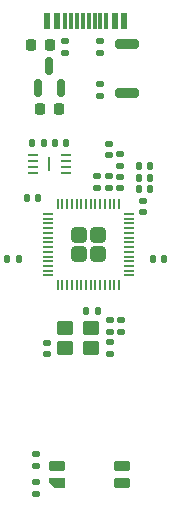
<source format=gbr>
%TF.GenerationSoftware,KiCad,Pcbnew,9.0.6*%
%TF.CreationDate,2026-01-07T14:09:13-05:00*%
%TF.ProjectId,Miguel's-Custom-Devboard - V2,4d696775-656c-4277-932d-437573746f6d,rev?*%
%TF.SameCoordinates,Original*%
%TF.FileFunction,Paste,Top*%
%TF.FilePolarity,Positive*%
%FSLAX46Y46*%
G04 Gerber Fmt 4.6, Leading zero omitted, Abs format (unit mm)*
G04 Created by KiCad (PCBNEW 9.0.6) date 2026-01-07 14:09:13*
%MOMM*%
%LPD*%
G01*
G04 APERTURE LIST*
G04 Aperture macros list*
%AMRoundRect*
0 Rectangle with rounded corners*
0 $1 Rounding radius*
0 $2 $3 $4 $5 $6 $7 $8 $9 X,Y pos of 4 corners*
0 Add a 4 corners polygon primitive as box body*
4,1,4,$2,$3,$4,$5,$6,$7,$8,$9,$2,$3,0*
0 Add four circle primitives for the rounded corners*
1,1,$1+$1,$2,$3*
1,1,$1+$1,$4,$5*
1,1,$1+$1,$6,$7*
1,1,$1+$1,$8,$9*
0 Add four rect primitives between the rounded corners*
20,1,$1+$1,$2,$3,$4,$5,0*
20,1,$1+$1,$4,$5,$6,$7,0*
20,1,$1+$1,$6,$7,$8,$9,0*
20,1,$1+$1,$8,$9,$2,$3,0*%
%AMFreePoly0*
4,1,18,-0.410000,0.265000,0.000000,0.675000,0.328000,0.675000,0.359380,0.668758,0.385983,0.650983,0.403758,0.624380,0.410000,0.593000,0.410000,-0.593000,0.403758,-0.624380,0.385983,-0.650983,0.359380,-0.668758,0.328000,-0.675000,-0.328000,-0.675000,-0.359380,-0.668758,-0.385983,-0.650983,-0.403758,-0.624380,-0.410000,-0.593000,-0.410000,0.265000,-0.410000,0.265000,$1*%
G04 Aperture macros list end*
%ADD10RoundRect,0.040000X-0.040000X-0.605000X0.040000X-0.605000X0.040000X0.605000X-0.040000X0.605000X0*%
%ADD11RoundRect,0.062500X-0.387500X-0.062500X0.387500X-0.062500X0.387500X0.062500X-0.387500X0.062500X0*%
%ADD12RoundRect,0.140000X0.140000X0.170000X-0.140000X0.170000X-0.140000X-0.170000X0.140000X-0.170000X0*%
%ADD13RoundRect,0.140000X0.170000X-0.140000X0.170000X0.140000X-0.170000X0.140000X-0.170000X-0.140000X0*%
%ADD14RoundRect,0.140000X-0.170000X0.140000X-0.170000X-0.140000X0.170000X-0.140000X0.170000X0.140000X0*%
%ADD15RoundRect,0.135000X0.135000X0.185000X-0.135000X0.185000X-0.135000X-0.185000X0.135000X-0.185000X0*%
%ADD16RoundRect,0.249999X-0.395001X-0.395001X0.395001X-0.395001X0.395001X0.395001X-0.395001X0.395001X0*%
%ADD17RoundRect,0.050000X-0.387500X-0.050000X0.387500X-0.050000X0.387500X0.050000X-0.387500X0.050000X0*%
%ADD18RoundRect,0.050000X-0.050000X-0.387500X0.050000X-0.387500X0.050000X0.387500X-0.050000X0.387500X0*%
%ADD19RoundRect,0.140000X-0.140000X-0.170000X0.140000X-0.170000X0.140000X0.170000X-0.140000X0.170000X0*%
%ADD20RoundRect,0.135000X-0.185000X0.135000X-0.185000X-0.135000X0.185000X-0.135000X0.185000X0.135000X0*%
%ADD21RoundRect,0.225000X0.225000X0.250000X-0.225000X0.250000X-0.225000X-0.250000X0.225000X-0.250000X0*%
%ADD22RoundRect,0.082000X0.593000X-0.328000X0.593000X0.328000X-0.593000X0.328000X-0.593000X-0.328000X0*%
%ADD23FreePoly0,90.000000*%
%ADD24RoundRect,0.250000X0.450000X0.350000X-0.450000X0.350000X-0.450000X-0.350000X0.450000X-0.350000X0*%
%ADD25RoundRect,0.150000X0.150000X-0.587500X0.150000X0.587500X-0.150000X0.587500X-0.150000X-0.587500X0*%
%ADD26R,0.600000X1.450000*%
%ADD27R,0.300000X1.450000*%
%ADD28RoundRect,0.200000X-0.800000X0.200000X-0.800000X-0.200000X0.800000X-0.200000X0.800000X0.200000X0*%
G04 APERTURE END LIST*
D10*
%TO.C,U3*%
X190423800Y-61677900D03*
D11*
X188998800Y-60927900D03*
X188998800Y-61427900D03*
X188998800Y-61927900D03*
X188998800Y-62427900D03*
X191848800Y-62427900D03*
X191848800Y-61927900D03*
X191848800Y-61427900D03*
X191848800Y-60927900D03*
%TD*%
D12*
%TO.C,C17*%
X191853800Y-59893200D03*
X190893800Y-59893200D03*
%TD*%
D13*
%TO.C,C1*%
X195453000Y-60881200D03*
X195453000Y-59921200D03*
%TD*%
D14*
%TO.C,C7*%
X195529200Y-74881800D03*
X195529200Y-75841800D03*
%TD*%
D12*
%TO.C,C8*%
X187830400Y-69723000D03*
X186870400Y-69723000D03*
%TD*%
D15*
%TO.C,R7*%
X189983800Y-59893200D03*
X188963800Y-59893200D03*
%TD*%
D13*
%TO.C,C2*%
X196443600Y-61795600D03*
X196443600Y-60835600D03*
%TD*%
D16*
%TO.C,U1*%
X192930000Y-67690000D03*
X192930000Y-69290000D03*
X194530000Y-67690000D03*
X194530000Y-69290000D03*
D17*
X190292500Y-65890000D03*
X190292500Y-66290000D03*
X190292500Y-66690000D03*
X190292500Y-67090000D03*
X190292500Y-67490000D03*
X190292500Y-67890000D03*
X190292500Y-68290000D03*
X190292500Y-68690000D03*
X190292500Y-69090000D03*
X190292500Y-69490000D03*
X190292500Y-69890000D03*
X190292500Y-70290000D03*
X190292500Y-70690000D03*
X190292500Y-71090000D03*
D18*
X191130000Y-71927500D03*
X191530000Y-71927500D03*
X191930000Y-71927500D03*
X192330000Y-71927500D03*
X192730000Y-71927500D03*
X193130000Y-71927500D03*
X193530000Y-71927500D03*
X193930000Y-71927500D03*
X194330000Y-71927500D03*
X194730000Y-71927500D03*
X195130000Y-71927500D03*
X195530000Y-71927500D03*
X195930000Y-71927500D03*
X196330000Y-71927500D03*
D17*
X197167500Y-71090000D03*
X197167500Y-70690000D03*
X197167500Y-70290000D03*
X197167500Y-69890000D03*
X197167500Y-69490000D03*
X197167500Y-69090000D03*
X197167500Y-68690000D03*
X197167500Y-68290000D03*
X197167500Y-67890000D03*
X197167500Y-67490000D03*
X197167500Y-67090000D03*
X197167500Y-66690000D03*
X197167500Y-66290000D03*
X197167500Y-65890000D03*
D18*
X196330000Y-65052500D03*
X195930000Y-65052500D03*
X195530000Y-65052500D03*
X195130000Y-65052500D03*
X194730000Y-65052500D03*
X194330000Y-65052500D03*
X193930000Y-65052500D03*
X193530000Y-65052500D03*
X193130000Y-65052500D03*
X192730000Y-65052500D03*
X192330000Y-65052500D03*
X191930000Y-65052500D03*
X191530000Y-65052500D03*
X191130000Y-65052500D03*
%TD*%
D19*
%TO.C,C12*%
X198021000Y-61823600D03*
X198981000Y-61823600D03*
%TD*%
D12*
%TO.C,C9*%
X189481400Y-64541400D03*
X188521400Y-64541400D03*
%TD*%
D14*
%TO.C,C11*%
X196519800Y-74879200D03*
X196519800Y-75839200D03*
%TD*%
D13*
%TO.C,C5*%
X198374000Y-65707200D03*
X198374000Y-64747200D03*
%TD*%
D19*
%TO.C,C3*%
X198021000Y-62814200D03*
X198981000Y-62814200D03*
%TD*%
D13*
%TO.C,C10*%
X196443600Y-63675200D03*
X196443600Y-62715200D03*
%TD*%
D20*
%TO.C,R1*%
X194741800Y-51255200D03*
X194741800Y-52275200D03*
%TD*%
D21*
%TO.C,C14*%
X191198800Y-56997600D03*
X189648800Y-56997600D03*
%TD*%
D20*
%TO.C,R6*%
X194741800Y-54885400D03*
X194741800Y-55905400D03*
%TD*%
D19*
%TO.C,C4*%
X198021000Y-63804800D03*
X198981000Y-63804800D03*
%TD*%
D22*
%TO.C,LED1*%
X196550000Y-87200000D03*
X196550000Y-88700000D03*
X191100000Y-87200000D03*
D23*
X191100000Y-88700000D03*
%TD*%
D24*
%TO.C,Y1*%
X193987600Y-75553200D03*
X191787600Y-75553200D03*
X191787600Y-77253200D03*
X193987600Y-77253200D03*
%TD*%
D19*
%TO.C,C6*%
X199164000Y-69723000D03*
X200124000Y-69723000D03*
%TD*%
D21*
%TO.C,C13*%
X190436800Y-51562000D03*
X188886800Y-51562000D03*
%TD*%
D25*
%TO.C,U2*%
X189473800Y-55215000D03*
X191373800Y-55215000D03*
X190423800Y-53340000D03*
%TD*%
D26*
%TO.C,J1*%
X196750000Y-49545000D03*
X195950000Y-49545000D03*
D27*
X194750000Y-49545000D03*
X193750000Y-49545000D03*
X193250000Y-49545000D03*
X192250000Y-49545000D03*
D26*
X191050000Y-49545000D03*
X190250000Y-49545000D03*
X190250000Y-49545000D03*
X191050000Y-49545000D03*
D27*
X191750000Y-49545000D03*
X192750000Y-49545000D03*
X194250000Y-49545000D03*
X195250000Y-49545000D03*
D26*
X195950000Y-49545000D03*
X196750000Y-49545000D03*
%TD*%
D20*
%TO.C,R2*%
X191744600Y-51255200D03*
X191744600Y-52275200D03*
%TD*%
D14*
%TO.C,C18*%
X189300000Y-88600000D03*
X189300000Y-89560000D03*
%TD*%
D20*
%TO.C,R3*%
X194430000Y-62660000D03*
X194430000Y-63680000D03*
%TD*%
D14*
%TO.C,C15*%
X190263600Y-76772400D03*
X190263600Y-77732400D03*
%TD*%
D15*
%TO.C,R5*%
X194558200Y-74105400D03*
X193538200Y-74105400D03*
%TD*%
D28*
%TO.C,SW1*%
X196977000Y-51485800D03*
X196977000Y-55685800D03*
%TD*%
D20*
%TO.C,R8*%
X189300000Y-86180000D03*
X189300000Y-87200000D03*
%TD*%
D13*
%TO.C,C16*%
X195521400Y-77721400D03*
X195521400Y-76761400D03*
%TD*%
D20*
%TO.C,R4*%
X195440000Y-62650000D03*
X195440000Y-63670000D03*
%TD*%
M02*

</source>
